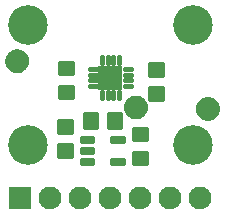
<source format=gbr>
G04 EAGLE Gerber RS-274X export*
G75*
%MOMM*%
%FSLAX34Y34*%
%LPD*%
%INSoldermask Top*%
%IPPOS*%
%AMOC8*
5,1,8,0,0,1.08239X$1,22.5*%
G01*
%ADD10C,3.352400*%
%ADD11C,1.152400*%
%ADD12C,0.500000*%
%ADD13C,0.402400*%
%ADD14R,2.000000X2.000000*%
%ADD15C,0.358222*%
%ADD16C,0.351622*%
%ADD17R,1.930400X1.930400*%
%ADD18C,1.930400*%


D10*
X148844Y30734D03*
X9144Y30734D03*
D11*
X0Y0D03*
D12*
X0Y7500D02*
X-181Y7498D01*
X-362Y7491D01*
X-543Y7480D01*
X-724Y7465D01*
X-904Y7445D01*
X-1084Y7421D01*
X-1263Y7393D01*
X-1441Y7360D01*
X-1618Y7323D01*
X-1795Y7282D01*
X-1970Y7237D01*
X-2145Y7187D01*
X-2318Y7133D01*
X-2489Y7075D01*
X-2660Y7013D01*
X-2828Y6946D01*
X-2995Y6876D01*
X-3161Y6802D01*
X-3324Y6723D01*
X-3485Y6641D01*
X-3645Y6555D01*
X-3802Y6465D01*
X-3957Y6371D01*
X-4110Y6274D01*
X-4260Y6172D01*
X-4408Y6068D01*
X-4554Y5959D01*
X-4696Y5848D01*
X-4836Y5732D01*
X-4973Y5614D01*
X-5108Y5492D01*
X-5239Y5367D01*
X-5367Y5239D01*
X-5492Y5108D01*
X-5614Y4973D01*
X-5732Y4836D01*
X-5848Y4696D01*
X-5959Y4554D01*
X-6068Y4408D01*
X-6172Y4260D01*
X-6274Y4110D01*
X-6371Y3957D01*
X-6465Y3802D01*
X-6555Y3645D01*
X-6641Y3485D01*
X-6723Y3324D01*
X-6802Y3161D01*
X-6876Y2995D01*
X-6946Y2828D01*
X-7013Y2660D01*
X-7075Y2489D01*
X-7133Y2318D01*
X-7187Y2145D01*
X-7237Y1970D01*
X-7282Y1795D01*
X-7323Y1618D01*
X-7360Y1441D01*
X-7393Y1263D01*
X-7421Y1084D01*
X-7445Y904D01*
X-7465Y724D01*
X-7480Y543D01*
X-7491Y362D01*
X-7498Y181D01*
X-7500Y0D01*
X0Y7500D02*
X181Y7498D01*
X362Y7491D01*
X543Y7480D01*
X724Y7465D01*
X904Y7445D01*
X1084Y7421D01*
X1263Y7393D01*
X1441Y7360D01*
X1618Y7323D01*
X1795Y7282D01*
X1970Y7237D01*
X2145Y7187D01*
X2318Y7133D01*
X2489Y7075D01*
X2660Y7013D01*
X2828Y6946D01*
X2995Y6876D01*
X3161Y6802D01*
X3324Y6723D01*
X3485Y6641D01*
X3645Y6555D01*
X3802Y6465D01*
X3957Y6371D01*
X4110Y6274D01*
X4260Y6172D01*
X4408Y6068D01*
X4554Y5959D01*
X4696Y5848D01*
X4836Y5732D01*
X4973Y5614D01*
X5108Y5492D01*
X5239Y5367D01*
X5367Y5239D01*
X5492Y5108D01*
X5614Y4973D01*
X5732Y4836D01*
X5848Y4696D01*
X5959Y4554D01*
X6068Y4408D01*
X6172Y4260D01*
X6274Y4110D01*
X6371Y3957D01*
X6465Y3802D01*
X6555Y3645D01*
X6641Y3485D01*
X6723Y3324D01*
X6802Y3161D01*
X6876Y2995D01*
X6946Y2828D01*
X7013Y2660D01*
X7075Y2489D01*
X7133Y2318D01*
X7187Y2145D01*
X7237Y1970D01*
X7282Y1795D01*
X7323Y1618D01*
X7360Y1441D01*
X7393Y1263D01*
X7421Y1084D01*
X7445Y904D01*
X7465Y724D01*
X7480Y543D01*
X7491Y362D01*
X7498Y181D01*
X7500Y0D01*
X7498Y-181D01*
X7491Y-362D01*
X7480Y-543D01*
X7465Y-724D01*
X7445Y-904D01*
X7421Y-1084D01*
X7393Y-1263D01*
X7360Y-1441D01*
X7323Y-1618D01*
X7282Y-1795D01*
X7237Y-1970D01*
X7187Y-2145D01*
X7133Y-2318D01*
X7075Y-2489D01*
X7013Y-2660D01*
X6946Y-2828D01*
X6876Y-2995D01*
X6802Y-3161D01*
X6723Y-3324D01*
X6641Y-3485D01*
X6555Y-3645D01*
X6465Y-3802D01*
X6371Y-3957D01*
X6274Y-4110D01*
X6172Y-4260D01*
X6068Y-4408D01*
X5959Y-4554D01*
X5848Y-4696D01*
X5732Y-4836D01*
X5614Y-4973D01*
X5492Y-5108D01*
X5367Y-5239D01*
X5239Y-5367D01*
X5108Y-5492D01*
X4973Y-5614D01*
X4836Y-5732D01*
X4696Y-5848D01*
X4554Y-5959D01*
X4408Y-6068D01*
X4260Y-6172D01*
X4110Y-6274D01*
X3957Y-6371D01*
X3802Y-6465D01*
X3645Y-6555D01*
X3485Y-6641D01*
X3324Y-6723D01*
X3161Y-6802D01*
X2995Y-6876D01*
X2828Y-6946D01*
X2660Y-7013D01*
X2489Y-7075D01*
X2318Y-7133D01*
X2145Y-7187D01*
X1970Y-7237D01*
X1795Y-7282D01*
X1618Y-7323D01*
X1441Y-7360D01*
X1263Y-7393D01*
X1084Y-7421D01*
X904Y-7445D01*
X724Y-7465D01*
X543Y-7480D01*
X362Y-7491D01*
X181Y-7498D01*
X0Y-7500D01*
X-181Y-7498D01*
X-362Y-7491D01*
X-543Y-7480D01*
X-724Y-7465D01*
X-904Y-7445D01*
X-1084Y-7421D01*
X-1263Y-7393D01*
X-1441Y-7360D01*
X-1618Y-7323D01*
X-1795Y-7282D01*
X-1970Y-7237D01*
X-2145Y-7187D01*
X-2318Y-7133D01*
X-2489Y-7075D01*
X-2660Y-7013D01*
X-2828Y-6946D01*
X-2995Y-6876D01*
X-3161Y-6802D01*
X-3324Y-6723D01*
X-3485Y-6641D01*
X-3645Y-6555D01*
X-3802Y-6465D01*
X-3957Y-6371D01*
X-4110Y-6274D01*
X-4260Y-6172D01*
X-4408Y-6068D01*
X-4554Y-5959D01*
X-4696Y-5848D01*
X-4836Y-5732D01*
X-4973Y-5614D01*
X-5108Y-5492D01*
X-5239Y-5367D01*
X-5367Y-5239D01*
X-5492Y-5108D01*
X-5614Y-4973D01*
X-5732Y-4836D01*
X-5848Y-4696D01*
X-5959Y-4554D01*
X-6068Y-4408D01*
X-6172Y-4260D01*
X-6274Y-4110D01*
X-6371Y-3957D01*
X-6465Y-3802D01*
X-6555Y-3645D01*
X-6641Y-3485D01*
X-6723Y-3324D01*
X-6802Y-3161D01*
X-6876Y-2995D01*
X-6946Y-2828D01*
X-7013Y-2660D01*
X-7075Y-2489D01*
X-7133Y-2318D01*
X-7187Y-2145D01*
X-7237Y-1970D01*
X-7282Y-1795D01*
X-7323Y-1618D01*
X-7360Y-1441D01*
X-7393Y-1263D01*
X-7421Y-1084D01*
X-7445Y-904D01*
X-7465Y-724D01*
X-7480Y-543D01*
X-7491Y-362D01*
X-7498Y-181D01*
X-7500Y0D01*
D11*
X161544Y-40386D03*
D12*
X161544Y-32886D02*
X161363Y-32888D01*
X161182Y-32895D01*
X161001Y-32906D01*
X160820Y-32921D01*
X160640Y-32941D01*
X160460Y-32965D01*
X160281Y-32993D01*
X160103Y-33026D01*
X159926Y-33063D01*
X159749Y-33104D01*
X159574Y-33149D01*
X159399Y-33199D01*
X159226Y-33253D01*
X159055Y-33311D01*
X158884Y-33373D01*
X158716Y-33440D01*
X158549Y-33510D01*
X158383Y-33584D01*
X158220Y-33663D01*
X158059Y-33745D01*
X157899Y-33831D01*
X157742Y-33921D01*
X157587Y-34015D01*
X157434Y-34112D01*
X157284Y-34214D01*
X157136Y-34318D01*
X156990Y-34427D01*
X156848Y-34538D01*
X156708Y-34654D01*
X156571Y-34772D01*
X156436Y-34894D01*
X156305Y-35019D01*
X156177Y-35147D01*
X156052Y-35278D01*
X155930Y-35413D01*
X155812Y-35550D01*
X155696Y-35690D01*
X155585Y-35832D01*
X155476Y-35978D01*
X155372Y-36126D01*
X155270Y-36276D01*
X155173Y-36429D01*
X155079Y-36584D01*
X154989Y-36741D01*
X154903Y-36901D01*
X154821Y-37062D01*
X154742Y-37225D01*
X154668Y-37391D01*
X154598Y-37558D01*
X154531Y-37726D01*
X154469Y-37897D01*
X154411Y-38068D01*
X154357Y-38241D01*
X154307Y-38416D01*
X154262Y-38591D01*
X154221Y-38768D01*
X154184Y-38945D01*
X154151Y-39123D01*
X154123Y-39302D01*
X154099Y-39482D01*
X154079Y-39662D01*
X154064Y-39843D01*
X154053Y-40024D01*
X154046Y-40205D01*
X154044Y-40386D01*
X161544Y-32886D02*
X161725Y-32888D01*
X161906Y-32895D01*
X162087Y-32906D01*
X162268Y-32921D01*
X162448Y-32941D01*
X162628Y-32965D01*
X162807Y-32993D01*
X162985Y-33026D01*
X163162Y-33063D01*
X163339Y-33104D01*
X163514Y-33149D01*
X163689Y-33199D01*
X163862Y-33253D01*
X164033Y-33311D01*
X164204Y-33373D01*
X164372Y-33440D01*
X164539Y-33510D01*
X164705Y-33584D01*
X164868Y-33663D01*
X165029Y-33745D01*
X165189Y-33831D01*
X165346Y-33921D01*
X165501Y-34015D01*
X165654Y-34112D01*
X165804Y-34214D01*
X165952Y-34318D01*
X166098Y-34427D01*
X166240Y-34538D01*
X166380Y-34654D01*
X166517Y-34772D01*
X166652Y-34894D01*
X166783Y-35019D01*
X166911Y-35147D01*
X167036Y-35278D01*
X167158Y-35413D01*
X167276Y-35550D01*
X167392Y-35690D01*
X167503Y-35832D01*
X167612Y-35978D01*
X167716Y-36126D01*
X167818Y-36276D01*
X167915Y-36429D01*
X168009Y-36584D01*
X168099Y-36741D01*
X168185Y-36901D01*
X168267Y-37062D01*
X168346Y-37225D01*
X168420Y-37391D01*
X168490Y-37558D01*
X168557Y-37726D01*
X168619Y-37897D01*
X168677Y-38068D01*
X168731Y-38241D01*
X168781Y-38416D01*
X168826Y-38591D01*
X168867Y-38768D01*
X168904Y-38945D01*
X168937Y-39123D01*
X168965Y-39302D01*
X168989Y-39482D01*
X169009Y-39662D01*
X169024Y-39843D01*
X169035Y-40024D01*
X169042Y-40205D01*
X169044Y-40386D01*
X169042Y-40567D01*
X169035Y-40748D01*
X169024Y-40929D01*
X169009Y-41110D01*
X168989Y-41290D01*
X168965Y-41470D01*
X168937Y-41649D01*
X168904Y-41827D01*
X168867Y-42004D01*
X168826Y-42181D01*
X168781Y-42356D01*
X168731Y-42531D01*
X168677Y-42704D01*
X168619Y-42875D01*
X168557Y-43046D01*
X168490Y-43214D01*
X168420Y-43381D01*
X168346Y-43547D01*
X168267Y-43710D01*
X168185Y-43871D01*
X168099Y-44031D01*
X168009Y-44188D01*
X167915Y-44343D01*
X167818Y-44496D01*
X167716Y-44646D01*
X167612Y-44794D01*
X167503Y-44940D01*
X167392Y-45082D01*
X167276Y-45222D01*
X167158Y-45359D01*
X167036Y-45494D01*
X166911Y-45625D01*
X166783Y-45753D01*
X166652Y-45878D01*
X166517Y-46000D01*
X166380Y-46118D01*
X166240Y-46234D01*
X166098Y-46345D01*
X165952Y-46454D01*
X165804Y-46558D01*
X165654Y-46660D01*
X165501Y-46757D01*
X165346Y-46851D01*
X165189Y-46941D01*
X165029Y-47027D01*
X164868Y-47109D01*
X164705Y-47188D01*
X164539Y-47262D01*
X164372Y-47332D01*
X164204Y-47399D01*
X164033Y-47461D01*
X163862Y-47519D01*
X163689Y-47573D01*
X163514Y-47623D01*
X163339Y-47668D01*
X163162Y-47709D01*
X162985Y-47746D01*
X162807Y-47779D01*
X162628Y-47807D01*
X162448Y-47831D01*
X162268Y-47851D01*
X162087Y-47866D01*
X161906Y-47877D01*
X161725Y-47884D01*
X161544Y-47886D01*
X161363Y-47884D01*
X161182Y-47877D01*
X161001Y-47866D01*
X160820Y-47851D01*
X160640Y-47831D01*
X160460Y-47807D01*
X160281Y-47779D01*
X160103Y-47746D01*
X159926Y-47709D01*
X159749Y-47668D01*
X159574Y-47623D01*
X159399Y-47573D01*
X159226Y-47519D01*
X159055Y-47461D01*
X158884Y-47399D01*
X158716Y-47332D01*
X158549Y-47262D01*
X158383Y-47188D01*
X158220Y-47109D01*
X158059Y-47027D01*
X157899Y-46941D01*
X157742Y-46851D01*
X157587Y-46757D01*
X157434Y-46660D01*
X157284Y-46558D01*
X157136Y-46454D01*
X156990Y-46345D01*
X156848Y-46234D01*
X156708Y-46118D01*
X156571Y-46000D01*
X156436Y-45878D01*
X156305Y-45753D01*
X156177Y-45625D01*
X156052Y-45494D01*
X155930Y-45359D01*
X155812Y-45222D01*
X155696Y-45082D01*
X155585Y-44940D01*
X155476Y-44794D01*
X155372Y-44646D01*
X155270Y-44496D01*
X155173Y-44343D01*
X155079Y-44188D01*
X154989Y-44031D01*
X154903Y-43871D01*
X154821Y-43710D01*
X154742Y-43547D01*
X154668Y-43381D01*
X154598Y-43214D01*
X154531Y-43046D01*
X154469Y-42875D01*
X154411Y-42704D01*
X154357Y-42531D01*
X154307Y-42356D01*
X154262Y-42181D01*
X154221Y-42004D01*
X154184Y-41827D01*
X154151Y-41649D01*
X154123Y-41470D01*
X154099Y-41290D01*
X154079Y-41110D01*
X154064Y-40929D01*
X154053Y-40748D01*
X154046Y-40567D01*
X154044Y-40386D01*
D13*
X71494Y-31470D02*
X71494Y-25970D01*
X76494Y-25970D02*
X76494Y-31470D01*
X81494Y-31470D02*
X81494Y-25970D01*
X86494Y-25970D02*
X86494Y-31470D01*
X91248Y-21216D02*
X96748Y-21216D01*
X96748Y-16216D02*
X91248Y-16216D01*
X91248Y-11216D02*
X96748Y-11216D01*
X96748Y-6216D02*
X91248Y-6216D01*
X86494Y-1462D02*
X86494Y4038D01*
X81494Y4038D02*
X81494Y-1462D01*
X76494Y-1462D02*
X76494Y4038D01*
X71494Y4038D02*
X71494Y-1462D01*
X66740Y-6216D02*
X61240Y-6216D01*
X61240Y-11216D02*
X66740Y-11216D01*
X66740Y-16216D02*
X61240Y-16216D01*
X61240Y-21216D02*
X66740Y-21216D01*
D14*
X78994Y-13716D03*
D15*
X54672Y-64725D02*
X54672Y-68167D01*
X54672Y-64725D02*
X64614Y-64725D01*
X64614Y-68167D01*
X54672Y-68167D01*
X54672Y-64764D02*
X64614Y-64764D01*
X54672Y-74225D02*
X54672Y-77667D01*
X54672Y-74225D02*
X64614Y-74225D01*
X64614Y-77667D01*
X54672Y-77667D01*
X54672Y-74264D02*
X64614Y-74264D01*
X54672Y-83725D02*
X54672Y-87167D01*
X54672Y-83725D02*
X64614Y-83725D01*
X64614Y-87167D01*
X54672Y-87167D01*
X54672Y-83764D02*
X64614Y-83764D01*
X80674Y-83725D02*
X80674Y-87167D01*
X80674Y-83725D02*
X90616Y-83725D01*
X90616Y-87167D01*
X80674Y-87167D01*
X80674Y-83764D02*
X90616Y-83764D01*
X80674Y-68167D02*
X80674Y-64725D01*
X90616Y-64725D01*
X90616Y-68167D01*
X80674Y-68167D01*
X80674Y-64764D02*
X90616Y-64764D01*
D16*
X47668Y-31420D02*
X47668Y-21412D01*
X47668Y-31420D02*
X36660Y-31420D01*
X36660Y-21412D01*
X47668Y-21412D01*
X47668Y-28080D02*
X36660Y-28080D01*
X36660Y-24740D02*
X47668Y-24740D01*
X47668Y-11100D02*
X47668Y-1092D01*
X47668Y-11100D02*
X36660Y-11100D01*
X36660Y-1092D01*
X47668Y-1092D01*
X47668Y-7760D02*
X36660Y-7760D01*
X36660Y-4420D02*
X47668Y-4420D01*
X77800Y-45042D02*
X87808Y-45042D01*
X87808Y-56050D01*
X77800Y-56050D01*
X77800Y-45042D01*
X77800Y-52710D02*
X87808Y-52710D01*
X87808Y-49370D02*
X77800Y-49370D01*
X77800Y-46030D02*
X87808Y-46030D01*
X67488Y-45042D02*
X57480Y-45042D01*
X67488Y-45042D02*
X67488Y-56050D01*
X57480Y-56050D01*
X57480Y-45042D01*
X57480Y-52710D02*
X67488Y-52710D01*
X67488Y-49370D02*
X57480Y-49370D01*
X57480Y-46030D02*
X67488Y-46030D01*
X123868Y-32690D02*
X123868Y-22682D01*
X123868Y-32690D02*
X112860Y-32690D01*
X112860Y-22682D01*
X123868Y-22682D01*
X123868Y-29350D02*
X112860Y-29350D01*
X112860Y-26010D02*
X123868Y-26010D01*
X123868Y-12370D02*
X123868Y-2362D01*
X123868Y-12370D02*
X112860Y-12370D01*
X112860Y-2362D01*
X123868Y-2362D01*
X123868Y-9030D02*
X112860Y-9030D01*
X112860Y-5690D02*
X123868Y-5690D01*
X98890Y-56972D02*
X98890Y-66980D01*
X98890Y-56972D02*
X109898Y-56972D01*
X109898Y-66980D01*
X98890Y-66980D01*
X98890Y-63640D02*
X109898Y-63640D01*
X109898Y-60300D02*
X98890Y-60300D01*
X98890Y-77292D02*
X98890Y-87300D01*
X98890Y-77292D02*
X109898Y-77292D01*
X109898Y-87300D01*
X98890Y-87300D01*
X98890Y-83960D02*
X109898Y-83960D01*
X109898Y-80620D02*
X98890Y-80620D01*
X35390Y-60630D02*
X35390Y-50622D01*
X46398Y-50622D01*
X46398Y-60630D01*
X35390Y-60630D01*
X35390Y-57290D02*
X46398Y-57290D01*
X46398Y-53950D02*
X35390Y-53950D01*
X35390Y-70942D02*
X35390Y-80950D01*
X35390Y-70942D02*
X46398Y-70942D01*
X46398Y-80950D01*
X35390Y-80950D01*
X35390Y-77610D02*
X46398Y-77610D01*
X46398Y-74270D02*
X35390Y-74270D01*
D10*
X9144Y-70866D03*
X148844Y-70866D03*
D17*
X2794Y-115316D03*
D18*
X28194Y-115316D03*
X53594Y-115316D03*
X78994Y-115316D03*
X104394Y-115316D03*
X129794Y-115316D03*
X155194Y-115316D03*
D11*
X100584Y-39116D03*
D12*
X100584Y-31616D02*
X100403Y-31618D01*
X100222Y-31625D01*
X100041Y-31636D01*
X99860Y-31651D01*
X99680Y-31671D01*
X99500Y-31695D01*
X99321Y-31723D01*
X99143Y-31756D01*
X98966Y-31793D01*
X98789Y-31834D01*
X98614Y-31879D01*
X98439Y-31929D01*
X98266Y-31983D01*
X98095Y-32041D01*
X97924Y-32103D01*
X97756Y-32170D01*
X97589Y-32240D01*
X97423Y-32314D01*
X97260Y-32393D01*
X97099Y-32475D01*
X96939Y-32561D01*
X96782Y-32651D01*
X96627Y-32745D01*
X96474Y-32842D01*
X96324Y-32944D01*
X96176Y-33048D01*
X96030Y-33157D01*
X95888Y-33268D01*
X95748Y-33384D01*
X95611Y-33502D01*
X95476Y-33624D01*
X95345Y-33749D01*
X95217Y-33877D01*
X95092Y-34008D01*
X94970Y-34143D01*
X94852Y-34280D01*
X94736Y-34420D01*
X94625Y-34562D01*
X94516Y-34708D01*
X94412Y-34856D01*
X94310Y-35006D01*
X94213Y-35159D01*
X94119Y-35314D01*
X94029Y-35471D01*
X93943Y-35631D01*
X93861Y-35792D01*
X93782Y-35955D01*
X93708Y-36121D01*
X93638Y-36288D01*
X93571Y-36456D01*
X93509Y-36627D01*
X93451Y-36798D01*
X93397Y-36971D01*
X93347Y-37146D01*
X93302Y-37321D01*
X93261Y-37498D01*
X93224Y-37675D01*
X93191Y-37853D01*
X93163Y-38032D01*
X93139Y-38212D01*
X93119Y-38392D01*
X93104Y-38573D01*
X93093Y-38754D01*
X93086Y-38935D01*
X93084Y-39116D01*
X100584Y-31616D02*
X100765Y-31618D01*
X100946Y-31625D01*
X101127Y-31636D01*
X101308Y-31651D01*
X101488Y-31671D01*
X101668Y-31695D01*
X101847Y-31723D01*
X102025Y-31756D01*
X102202Y-31793D01*
X102379Y-31834D01*
X102554Y-31879D01*
X102729Y-31929D01*
X102902Y-31983D01*
X103073Y-32041D01*
X103244Y-32103D01*
X103412Y-32170D01*
X103579Y-32240D01*
X103745Y-32314D01*
X103908Y-32393D01*
X104069Y-32475D01*
X104229Y-32561D01*
X104386Y-32651D01*
X104541Y-32745D01*
X104694Y-32842D01*
X104844Y-32944D01*
X104992Y-33048D01*
X105138Y-33157D01*
X105280Y-33268D01*
X105420Y-33384D01*
X105557Y-33502D01*
X105692Y-33624D01*
X105823Y-33749D01*
X105951Y-33877D01*
X106076Y-34008D01*
X106198Y-34143D01*
X106316Y-34280D01*
X106432Y-34420D01*
X106543Y-34562D01*
X106652Y-34708D01*
X106756Y-34856D01*
X106858Y-35006D01*
X106955Y-35159D01*
X107049Y-35314D01*
X107139Y-35471D01*
X107225Y-35631D01*
X107307Y-35792D01*
X107386Y-35955D01*
X107460Y-36121D01*
X107530Y-36288D01*
X107597Y-36456D01*
X107659Y-36627D01*
X107717Y-36798D01*
X107771Y-36971D01*
X107821Y-37146D01*
X107866Y-37321D01*
X107907Y-37498D01*
X107944Y-37675D01*
X107977Y-37853D01*
X108005Y-38032D01*
X108029Y-38212D01*
X108049Y-38392D01*
X108064Y-38573D01*
X108075Y-38754D01*
X108082Y-38935D01*
X108084Y-39116D01*
X108082Y-39297D01*
X108075Y-39478D01*
X108064Y-39659D01*
X108049Y-39840D01*
X108029Y-40020D01*
X108005Y-40200D01*
X107977Y-40379D01*
X107944Y-40557D01*
X107907Y-40734D01*
X107866Y-40911D01*
X107821Y-41086D01*
X107771Y-41261D01*
X107717Y-41434D01*
X107659Y-41605D01*
X107597Y-41776D01*
X107530Y-41944D01*
X107460Y-42111D01*
X107386Y-42277D01*
X107307Y-42440D01*
X107225Y-42601D01*
X107139Y-42761D01*
X107049Y-42918D01*
X106955Y-43073D01*
X106858Y-43226D01*
X106756Y-43376D01*
X106652Y-43524D01*
X106543Y-43670D01*
X106432Y-43812D01*
X106316Y-43952D01*
X106198Y-44089D01*
X106076Y-44224D01*
X105951Y-44355D01*
X105823Y-44483D01*
X105692Y-44608D01*
X105557Y-44730D01*
X105420Y-44848D01*
X105280Y-44964D01*
X105138Y-45075D01*
X104992Y-45184D01*
X104844Y-45288D01*
X104694Y-45390D01*
X104541Y-45487D01*
X104386Y-45581D01*
X104229Y-45671D01*
X104069Y-45757D01*
X103908Y-45839D01*
X103745Y-45918D01*
X103579Y-45992D01*
X103412Y-46062D01*
X103244Y-46129D01*
X103073Y-46191D01*
X102902Y-46249D01*
X102729Y-46303D01*
X102554Y-46353D01*
X102379Y-46398D01*
X102202Y-46439D01*
X102025Y-46476D01*
X101847Y-46509D01*
X101668Y-46537D01*
X101488Y-46561D01*
X101308Y-46581D01*
X101127Y-46596D01*
X100946Y-46607D01*
X100765Y-46614D01*
X100584Y-46616D01*
X100403Y-46614D01*
X100222Y-46607D01*
X100041Y-46596D01*
X99860Y-46581D01*
X99680Y-46561D01*
X99500Y-46537D01*
X99321Y-46509D01*
X99143Y-46476D01*
X98966Y-46439D01*
X98789Y-46398D01*
X98614Y-46353D01*
X98439Y-46303D01*
X98266Y-46249D01*
X98095Y-46191D01*
X97924Y-46129D01*
X97756Y-46062D01*
X97589Y-45992D01*
X97423Y-45918D01*
X97260Y-45839D01*
X97099Y-45757D01*
X96939Y-45671D01*
X96782Y-45581D01*
X96627Y-45487D01*
X96474Y-45390D01*
X96324Y-45288D01*
X96176Y-45184D01*
X96030Y-45075D01*
X95888Y-44964D01*
X95748Y-44848D01*
X95611Y-44730D01*
X95476Y-44608D01*
X95345Y-44483D01*
X95217Y-44355D01*
X95092Y-44224D01*
X94970Y-44089D01*
X94852Y-43952D01*
X94736Y-43812D01*
X94625Y-43670D01*
X94516Y-43524D01*
X94412Y-43376D01*
X94310Y-43226D01*
X94213Y-43073D01*
X94119Y-42918D01*
X94029Y-42761D01*
X93943Y-42601D01*
X93861Y-42440D01*
X93782Y-42277D01*
X93708Y-42111D01*
X93638Y-41944D01*
X93571Y-41776D01*
X93509Y-41605D01*
X93451Y-41434D01*
X93397Y-41261D01*
X93347Y-41086D01*
X93302Y-40911D01*
X93261Y-40734D01*
X93224Y-40557D01*
X93191Y-40379D01*
X93163Y-40200D01*
X93139Y-40020D01*
X93119Y-39840D01*
X93104Y-39659D01*
X93093Y-39478D01*
X93086Y-39297D01*
X93084Y-39116D01*
M02*

</source>
